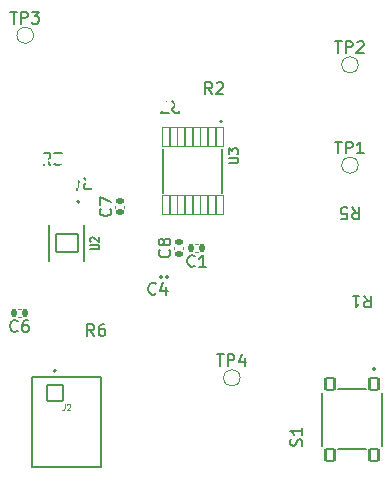
<source format=gbr>
%TF.GenerationSoftware,KiCad,Pcbnew,8.0.0*%
%TF.CreationDate,2024-03-24T23:23:48+02:00*%
%TF.ProjectId,Powersubsytem_GWNFRA001,506f7765-7273-4756-9273-7974656d5f47,rev?*%
%TF.SameCoordinates,Original*%
%TF.FileFunction,Legend,Top*%
%TF.FilePolarity,Positive*%
%FSLAX46Y46*%
G04 Gerber Fmt 4.6, Leading zero omitted, Abs format (unit mm)*
G04 Created by KiCad (PCBNEW 8.0.0) date 2024-03-24 23:23:48*
%MOMM*%
%LPD*%
G01*
G04 APERTURE LIST*
G04 Aperture macros list*
%AMRoundRect*
0 Rectangle with rounded corners*
0 $1 Rounding radius*
0 $2 $3 $4 $5 $6 $7 $8 $9 X,Y pos of 4 corners*
0 Add a 4 corners polygon primitive as box body*
4,1,4,$2,$3,$4,$5,$6,$7,$8,$9,$2,$3,0*
0 Add four circle primitives for the rounded corners*
1,1,$1+$1,$2,$3*
1,1,$1+$1,$4,$5*
1,1,$1+$1,$6,$7*
1,1,$1+$1,$8,$9*
0 Add four rect primitives between the rounded corners*
20,1,$1+$1,$2,$3,$4,$5,0*
20,1,$1+$1,$4,$5,$6,$7,0*
20,1,$1+$1,$6,$7,$8,$9,0*
20,1,$1+$1,$8,$9,$2,$3,0*%
G04 Aperture macros list end*
%ADD10C,0.150000*%
%ADD11C,0.120000*%
%ADD12C,0.200000*%
%ADD13C,0.127000*%
%ADD14C,0.010000*%
%ADD15C,1.000000*%
%ADD16R,0.711200X0.889000*%
%ADD17RoundRect,0.102000X-0.940000X0.785000X-0.940000X-0.785000X0.940000X-0.785000X0.940000X0.785000X0*%
%ADD18RoundRect,0.140000X0.140000X0.170000X-0.140000X0.170000X-0.140000X-0.170000X0.140000X-0.170000X0*%
%ADD19C,1.512000*%
%ADD20RoundRect,0.102000X-0.654000X-0.654000X0.654000X-0.654000X0.654000X0.654000X-0.654000X0.654000X0*%
%ADD21RoundRect,0.075000X-0.125000X-0.075000X0.125000X-0.075000X0.125000X0.075000X-0.125000X0.075000X0*%
%ADD22RoundRect,0.140000X0.170000X-0.140000X0.170000X0.140000X-0.170000X0.140000X-0.170000X-0.140000X0*%
%ADD23RoundRect,0.102000X-0.375000X0.500000X-0.375000X-0.500000X0.375000X-0.500000X0.375000X0.500000X0*%
%ADD24RoundRect,0.039240X-0.287760X0.812760X-0.287760X-0.812760X0.287760X-0.812760X0.287760X0.812760X0*%
%ADD25O,1.700000X1.700000*%
%ADD26R,1.700000X1.700000*%
G04 APERTURE END LIST*
D10*
X144238095Y-54006819D02*
X144809523Y-54006819D01*
X144523809Y-55006819D02*
X144523809Y-54006819D01*
X145142857Y-55006819D02*
X145142857Y-54006819D01*
X145142857Y-54006819D02*
X145523809Y-54006819D01*
X145523809Y-54006819D02*
X145619047Y-54054438D01*
X145619047Y-54054438D02*
X145666666Y-54102057D01*
X145666666Y-54102057D02*
X145714285Y-54197295D01*
X145714285Y-54197295D02*
X145714285Y-54340152D01*
X145714285Y-54340152D02*
X145666666Y-54435390D01*
X145666666Y-54435390D02*
X145619047Y-54483009D01*
X145619047Y-54483009D02*
X145523809Y-54530628D01*
X145523809Y-54530628D02*
X145142857Y-54530628D01*
X146571428Y-54340152D02*
X146571428Y-55006819D01*
X146333333Y-53959200D02*
X146095238Y-54673485D01*
X146095238Y-54673485D02*
X146714285Y-54673485D01*
X126738095Y-25006819D02*
X127309523Y-25006819D01*
X127023809Y-26006819D02*
X127023809Y-25006819D01*
X127642857Y-26006819D02*
X127642857Y-25006819D01*
X127642857Y-25006819D02*
X128023809Y-25006819D01*
X128023809Y-25006819D02*
X128119047Y-25054438D01*
X128119047Y-25054438D02*
X128166666Y-25102057D01*
X128166666Y-25102057D02*
X128214285Y-25197295D01*
X128214285Y-25197295D02*
X128214285Y-25340152D01*
X128214285Y-25340152D02*
X128166666Y-25435390D01*
X128166666Y-25435390D02*
X128119047Y-25483009D01*
X128119047Y-25483009D02*
X128023809Y-25530628D01*
X128023809Y-25530628D02*
X127642857Y-25530628D01*
X128547619Y-25006819D02*
X129166666Y-25006819D01*
X129166666Y-25006819D02*
X128833333Y-25387771D01*
X128833333Y-25387771D02*
X128976190Y-25387771D01*
X128976190Y-25387771D02*
X129071428Y-25435390D01*
X129071428Y-25435390D02*
X129119047Y-25483009D01*
X129119047Y-25483009D02*
X129166666Y-25578247D01*
X129166666Y-25578247D02*
X129166666Y-25816342D01*
X129166666Y-25816342D02*
X129119047Y-25911580D01*
X129119047Y-25911580D02*
X129071428Y-25959200D01*
X129071428Y-25959200D02*
X128976190Y-26006819D01*
X128976190Y-26006819D02*
X128690476Y-26006819D01*
X128690476Y-26006819D02*
X128595238Y-25959200D01*
X128595238Y-25959200D02*
X128547619Y-25911580D01*
X154238095Y-27506819D02*
X154809523Y-27506819D01*
X154523809Y-28506819D02*
X154523809Y-27506819D01*
X155142857Y-28506819D02*
X155142857Y-27506819D01*
X155142857Y-27506819D02*
X155523809Y-27506819D01*
X155523809Y-27506819D02*
X155619047Y-27554438D01*
X155619047Y-27554438D02*
X155666666Y-27602057D01*
X155666666Y-27602057D02*
X155714285Y-27697295D01*
X155714285Y-27697295D02*
X155714285Y-27840152D01*
X155714285Y-27840152D02*
X155666666Y-27935390D01*
X155666666Y-27935390D02*
X155619047Y-27983009D01*
X155619047Y-27983009D02*
X155523809Y-28030628D01*
X155523809Y-28030628D02*
X155142857Y-28030628D01*
X156095238Y-27602057D02*
X156142857Y-27554438D01*
X156142857Y-27554438D02*
X156238095Y-27506819D01*
X156238095Y-27506819D02*
X156476190Y-27506819D01*
X156476190Y-27506819D02*
X156571428Y-27554438D01*
X156571428Y-27554438D02*
X156619047Y-27602057D01*
X156619047Y-27602057D02*
X156666666Y-27697295D01*
X156666666Y-27697295D02*
X156666666Y-27792533D01*
X156666666Y-27792533D02*
X156619047Y-27935390D01*
X156619047Y-27935390D02*
X156047619Y-28506819D01*
X156047619Y-28506819D02*
X156666666Y-28506819D01*
X154238095Y-36006819D02*
X154809523Y-36006819D01*
X154523809Y-37006819D02*
X154523809Y-36006819D01*
X155142857Y-37006819D02*
X155142857Y-36006819D01*
X155142857Y-36006819D02*
X155523809Y-36006819D01*
X155523809Y-36006819D02*
X155619047Y-36054438D01*
X155619047Y-36054438D02*
X155666666Y-36102057D01*
X155666666Y-36102057D02*
X155714285Y-36197295D01*
X155714285Y-36197295D02*
X155714285Y-36340152D01*
X155714285Y-36340152D02*
X155666666Y-36435390D01*
X155666666Y-36435390D02*
X155619047Y-36483009D01*
X155619047Y-36483009D02*
X155523809Y-36530628D01*
X155523809Y-36530628D02*
X155142857Y-36530628D01*
X156666666Y-37006819D02*
X156095238Y-37006819D01*
X156380952Y-37006819D02*
X156380952Y-36006819D01*
X156380952Y-36006819D02*
X156285714Y-36149676D01*
X156285714Y-36149676D02*
X156190476Y-36244914D01*
X156190476Y-36244914D02*
X156095238Y-36292533D01*
X140468166Y-32545180D02*
X140801499Y-33021371D01*
X141039594Y-32545180D02*
X141039594Y-33545180D01*
X141039594Y-33545180D02*
X140658642Y-33545180D01*
X140658642Y-33545180D02*
X140563404Y-33497561D01*
X140563404Y-33497561D02*
X140515785Y-33449942D01*
X140515785Y-33449942D02*
X140468166Y-33354704D01*
X140468166Y-33354704D02*
X140468166Y-33211847D01*
X140468166Y-33211847D02*
X140515785Y-33116609D01*
X140515785Y-33116609D02*
X140563404Y-33068990D01*
X140563404Y-33068990D02*
X140658642Y-33021371D01*
X140658642Y-33021371D02*
X141039594Y-33021371D01*
X140134832Y-33545180D02*
X139468166Y-33545180D01*
X139468166Y-33545180D02*
X139896737Y-32545180D01*
X133468695Y-45119619D02*
X134116314Y-45119619D01*
X134116314Y-45119619D02*
X134192504Y-45089142D01*
X134192504Y-45089142D02*
X134230600Y-45058666D01*
X134230600Y-45058666D02*
X134268695Y-44997714D01*
X134268695Y-44997714D02*
X134268695Y-44875809D01*
X134268695Y-44875809D02*
X134230600Y-44814857D01*
X134230600Y-44814857D02*
X134192504Y-44784380D01*
X134192504Y-44784380D02*
X134116314Y-44753904D01*
X134116314Y-44753904D02*
X133468695Y-44753904D01*
X133544885Y-44479619D02*
X133506790Y-44449143D01*
X133506790Y-44449143D02*
X133468695Y-44388190D01*
X133468695Y-44388190D02*
X133468695Y-44235809D01*
X133468695Y-44235809D02*
X133506790Y-44174857D01*
X133506790Y-44174857D02*
X133544885Y-44144381D01*
X133544885Y-44144381D02*
X133621076Y-44113904D01*
X133621076Y-44113904D02*
X133697266Y-44113904D01*
X133697266Y-44113904D02*
X133811552Y-44144381D01*
X133811552Y-44144381D02*
X134268695Y-44510095D01*
X134268695Y-44510095D02*
X134268695Y-44113904D01*
X142353333Y-46519580D02*
X142305714Y-46567200D01*
X142305714Y-46567200D02*
X142162857Y-46614819D01*
X142162857Y-46614819D02*
X142067619Y-46614819D01*
X142067619Y-46614819D02*
X141924762Y-46567200D01*
X141924762Y-46567200D02*
X141829524Y-46471961D01*
X141829524Y-46471961D02*
X141781905Y-46376723D01*
X141781905Y-46376723D02*
X141734286Y-46186247D01*
X141734286Y-46186247D02*
X141734286Y-46043390D01*
X141734286Y-46043390D02*
X141781905Y-45852914D01*
X141781905Y-45852914D02*
X141829524Y-45757676D01*
X141829524Y-45757676D02*
X141924762Y-45662438D01*
X141924762Y-45662438D02*
X142067619Y-45614819D01*
X142067619Y-45614819D02*
X142162857Y-45614819D01*
X142162857Y-45614819D02*
X142305714Y-45662438D01*
X142305714Y-45662438D02*
X142353333Y-45710057D01*
X143305714Y-46614819D02*
X142734286Y-46614819D01*
X143020000Y-46614819D02*
X143020000Y-45614819D01*
X143020000Y-45614819D02*
X142924762Y-45757676D01*
X142924762Y-45757676D02*
X142829524Y-45852914D01*
X142829524Y-45852914D02*
X142734286Y-45900533D01*
D11*
X131340000Y-58235817D02*
X131340000Y-58578674D01*
X131340000Y-58578674D02*
X131317143Y-58647245D01*
X131317143Y-58647245D02*
X131271429Y-58692960D01*
X131271429Y-58692960D02*
X131202857Y-58715817D01*
X131202857Y-58715817D02*
X131157143Y-58715817D01*
X131545714Y-58281531D02*
X131568571Y-58258674D01*
X131568571Y-58258674D02*
X131614286Y-58235817D01*
X131614286Y-58235817D02*
X131728571Y-58235817D01*
X131728571Y-58235817D02*
X131774286Y-58258674D01*
X131774286Y-58258674D02*
X131797143Y-58281531D01*
X131797143Y-58281531D02*
X131820000Y-58327245D01*
X131820000Y-58327245D02*
X131820000Y-58372960D01*
X131820000Y-58372960D02*
X131797143Y-58441531D01*
X131797143Y-58441531D02*
X131522857Y-58715817D01*
X131522857Y-58715817D02*
X131820000Y-58715817D01*
D10*
X143833333Y-31954819D02*
X143500000Y-31478628D01*
X143261905Y-31954819D02*
X143261905Y-30954819D01*
X143261905Y-30954819D02*
X143642857Y-30954819D01*
X143642857Y-30954819D02*
X143738095Y-31002438D01*
X143738095Y-31002438D02*
X143785714Y-31050057D01*
X143785714Y-31050057D02*
X143833333Y-31145295D01*
X143833333Y-31145295D02*
X143833333Y-31288152D01*
X143833333Y-31288152D02*
X143785714Y-31383390D01*
X143785714Y-31383390D02*
X143738095Y-31431009D01*
X143738095Y-31431009D02*
X143642857Y-31478628D01*
X143642857Y-31478628D02*
X143261905Y-31478628D01*
X144214286Y-31050057D02*
X144261905Y-31002438D01*
X144261905Y-31002438D02*
X144357143Y-30954819D01*
X144357143Y-30954819D02*
X144595238Y-30954819D01*
X144595238Y-30954819D02*
X144690476Y-31002438D01*
X144690476Y-31002438D02*
X144738095Y-31050057D01*
X144738095Y-31050057D02*
X144785714Y-31145295D01*
X144785714Y-31145295D02*
X144785714Y-31240533D01*
X144785714Y-31240533D02*
X144738095Y-31383390D01*
X144738095Y-31383390D02*
X144166667Y-31954819D01*
X144166667Y-31954819D02*
X144785714Y-31954819D01*
X156666666Y-49045180D02*
X156999999Y-49521371D01*
X157238094Y-49045180D02*
X157238094Y-50045180D01*
X157238094Y-50045180D02*
X156857142Y-50045180D01*
X156857142Y-50045180D02*
X156761904Y-49997561D01*
X156761904Y-49997561D02*
X156714285Y-49949942D01*
X156714285Y-49949942D02*
X156666666Y-49854704D01*
X156666666Y-49854704D02*
X156666666Y-49711847D01*
X156666666Y-49711847D02*
X156714285Y-49616609D01*
X156714285Y-49616609D02*
X156761904Y-49568990D01*
X156761904Y-49568990D02*
X156857142Y-49521371D01*
X156857142Y-49521371D02*
X157238094Y-49521371D01*
X155714285Y-49045180D02*
X156285713Y-49045180D01*
X155999999Y-49045180D02*
X155999999Y-50045180D01*
X155999999Y-50045180D02*
X156095237Y-49902323D01*
X156095237Y-49902323D02*
X156190475Y-49807085D01*
X156190475Y-49807085D02*
X156285713Y-49759466D01*
X133833333Y-52454819D02*
X133500000Y-51978628D01*
X133261905Y-52454819D02*
X133261905Y-51454819D01*
X133261905Y-51454819D02*
X133642857Y-51454819D01*
X133642857Y-51454819D02*
X133738095Y-51502438D01*
X133738095Y-51502438D02*
X133785714Y-51550057D01*
X133785714Y-51550057D02*
X133833333Y-51645295D01*
X133833333Y-51645295D02*
X133833333Y-51788152D01*
X133833333Y-51788152D02*
X133785714Y-51883390D01*
X133785714Y-51883390D02*
X133738095Y-51931009D01*
X133738095Y-51931009D02*
X133642857Y-51978628D01*
X133642857Y-51978628D02*
X133261905Y-51978628D01*
X134690476Y-51454819D02*
X134500000Y-51454819D01*
X134500000Y-51454819D02*
X134404762Y-51502438D01*
X134404762Y-51502438D02*
X134357143Y-51550057D01*
X134357143Y-51550057D02*
X134261905Y-51692914D01*
X134261905Y-51692914D02*
X134214286Y-51883390D01*
X134214286Y-51883390D02*
X134214286Y-52264342D01*
X134214286Y-52264342D02*
X134261905Y-52359580D01*
X134261905Y-52359580D02*
X134309524Y-52407200D01*
X134309524Y-52407200D02*
X134404762Y-52454819D01*
X134404762Y-52454819D02*
X134595238Y-52454819D01*
X134595238Y-52454819D02*
X134690476Y-52407200D01*
X134690476Y-52407200D02*
X134738095Y-52359580D01*
X134738095Y-52359580D02*
X134785714Y-52264342D01*
X134785714Y-52264342D02*
X134785714Y-52026247D01*
X134785714Y-52026247D02*
X134738095Y-51931009D01*
X134738095Y-51931009D02*
X134690476Y-51883390D01*
X134690476Y-51883390D02*
X134595238Y-51835771D01*
X134595238Y-51835771D02*
X134404762Y-51835771D01*
X134404762Y-51835771D02*
X134309524Y-51883390D01*
X134309524Y-51883390D02*
X134261905Y-51931009D01*
X134261905Y-51931009D02*
X134214286Y-52026247D01*
X155666666Y-41545180D02*
X155999999Y-42021371D01*
X156238094Y-41545180D02*
X156238094Y-42545180D01*
X156238094Y-42545180D02*
X155857142Y-42545180D01*
X155857142Y-42545180D02*
X155761904Y-42497561D01*
X155761904Y-42497561D02*
X155714285Y-42449942D01*
X155714285Y-42449942D02*
X155666666Y-42354704D01*
X155666666Y-42354704D02*
X155666666Y-42211847D01*
X155666666Y-42211847D02*
X155714285Y-42116609D01*
X155714285Y-42116609D02*
X155761904Y-42068990D01*
X155761904Y-42068990D02*
X155857142Y-42021371D01*
X155857142Y-42021371D02*
X156238094Y-42021371D01*
X154761904Y-42545180D02*
X155238094Y-42545180D01*
X155238094Y-42545180D02*
X155285713Y-42068990D01*
X155285713Y-42068990D02*
X155238094Y-42116609D01*
X155238094Y-42116609D02*
X155142856Y-42164228D01*
X155142856Y-42164228D02*
X154904761Y-42164228D01*
X154904761Y-42164228D02*
X154809523Y-42116609D01*
X154809523Y-42116609D02*
X154761904Y-42068990D01*
X154761904Y-42068990D02*
X154714285Y-41973752D01*
X154714285Y-41973752D02*
X154714285Y-41735657D01*
X154714285Y-41735657D02*
X154761904Y-41640419D01*
X154761904Y-41640419D02*
X154809523Y-41592800D01*
X154809523Y-41592800D02*
X154904761Y-41545180D01*
X154904761Y-41545180D02*
X155142856Y-41545180D01*
X155142856Y-41545180D02*
X155238094Y-41592800D01*
X155238094Y-41592800D02*
X155285713Y-41640419D01*
X130134833Y-37954819D02*
X129801500Y-37478628D01*
X129563405Y-37954819D02*
X129563405Y-36954819D01*
X129563405Y-36954819D02*
X129944357Y-36954819D01*
X129944357Y-36954819D02*
X130039595Y-37002438D01*
X130039595Y-37002438D02*
X130087214Y-37050057D01*
X130087214Y-37050057D02*
X130134833Y-37145295D01*
X130134833Y-37145295D02*
X130134833Y-37288152D01*
X130134833Y-37288152D02*
X130087214Y-37383390D01*
X130087214Y-37383390D02*
X130039595Y-37431009D01*
X130039595Y-37431009D02*
X129944357Y-37478628D01*
X129944357Y-37478628D02*
X129563405Y-37478628D01*
X130468167Y-36954819D02*
X131087214Y-36954819D01*
X131087214Y-36954819D02*
X130753881Y-37335771D01*
X130753881Y-37335771D02*
X130896738Y-37335771D01*
X130896738Y-37335771D02*
X130991976Y-37383390D01*
X130991976Y-37383390D02*
X131039595Y-37431009D01*
X131039595Y-37431009D02*
X131087214Y-37526247D01*
X131087214Y-37526247D02*
X131087214Y-37764342D01*
X131087214Y-37764342D02*
X131039595Y-37859580D01*
X131039595Y-37859580D02*
X130991976Y-37907200D01*
X130991976Y-37907200D02*
X130896738Y-37954819D01*
X130896738Y-37954819D02*
X130611024Y-37954819D01*
X130611024Y-37954819D02*
X130515786Y-37907200D01*
X130515786Y-37907200D02*
X130468167Y-37859580D01*
X139058333Y-48859580D02*
X139010714Y-48907200D01*
X139010714Y-48907200D02*
X138867857Y-48954819D01*
X138867857Y-48954819D02*
X138772619Y-48954819D01*
X138772619Y-48954819D02*
X138629762Y-48907200D01*
X138629762Y-48907200D02*
X138534524Y-48811961D01*
X138534524Y-48811961D02*
X138486905Y-48716723D01*
X138486905Y-48716723D02*
X138439286Y-48526247D01*
X138439286Y-48526247D02*
X138439286Y-48383390D01*
X138439286Y-48383390D02*
X138486905Y-48192914D01*
X138486905Y-48192914D02*
X138534524Y-48097676D01*
X138534524Y-48097676D02*
X138629762Y-48002438D01*
X138629762Y-48002438D02*
X138772619Y-47954819D01*
X138772619Y-47954819D02*
X138867857Y-47954819D01*
X138867857Y-47954819D02*
X139010714Y-48002438D01*
X139010714Y-48002438D02*
X139058333Y-48050057D01*
X139915476Y-48288152D02*
X139915476Y-48954819D01*
X139677381Y-47907200D02*
X139439286Y-48621485D01*
X139439286Y-48621485D02*
X140058333Y-48621485D01*
X140199580Y-45166666D02*
X140247200Y-45214285D01*
X140247200Y-45214285D02*
X140294819Y-45357142D01*
X140294819Y-45357142D02*
X140294819Y-45452380D01*
X140294819Y-45452380D02*
X140247200Y-45595237D01*
X140247200Y-45595237D02*
X140151961Y-45690475D01*
X140151961Y-45690475D02*
X140056723Y-45738094D01*
X140056723Y-45738094D02*
X139866247Y-45785713D01*
X139866247Y-45785713D02*
X139723390Y-45785713D01*
X139723390Y-45785713D02*
X139532914Y-45738094D01*
X139532914Y-45738094D02*
X139437676Y-45690475D01*
X139437676Y-45690475D02*
X139342438Y-45595237D01*
X139342438Y-45595237D02*
X139294819Y-45452380D01*
X139294819Y-45452380D02*
X139294819Y-45357142D01*
X139294819Y-45357142D02*
X139342438Y-45214285D01*
X139342438Y-45214285D02*
X139390057Y-45166666D01*
X139723390Y-44595237D02*
X139675771Y-44690475D01*
X139675771Y-44690475D02*
X139628152Y-44738094D01*
X139628152Y-44738094D02*
X139532914Y-44785713D01*
X139532914Y-44785713D02*
X139485295Y-44785713D01*
X139485295Y-44785713D02*
X139390057Y-44738094D01*
X139390057Y-44738094D02*
X139342438Y-44690475D01*
X139342438Y-44690475D02*
X139294819Y-44595237D01*
X139294819Y-44595237D02*
X139294819Y-44404761D01*
X139294819Y-44404761D02*
X139342438Y-44309523D01*
X139342438Y-44309523D02*
X139390057Y-44261904D01*
X139390057Y-44261904D02*
X139485295Y-44214285D01*
X139485295Y-44214285D02*
X139532914Y-44214285D01*
X139532914Y-44214285D02*
X139628152Y-44261904D01*
X139628152Y-44261904D02*
X139675771Y-44309523D01*
X139675771Y-44309523D02*
X139723390Y-44404761D01*
X139723390Y-44404761D02*
X139723390Y-44595237D01*
X139723390Y-44595237D02*
X139771009Y-44690475D01*
X139771009Y-44690475D02*
X139818628Y-44738094D01*
X139818628Y-44738094D02*
X139913866Y-44785713D01*
X139913866Y-44785713D02*
X140104342Y-44785713D01*
X140104342Y-44785713D02*
X140199580Y-44738094D01*
X140199580Y-44738094D02*
X140247200Y-44690475D01*
X140247200Y-44690475D02*
X140294819Y-44595237D01*
X140294819Y-44595237D02*
X140294819Y-44404761D01*
X140294819Y-44404761D02*
X140247200Y-44309523D01*
X140247200Y-44309523D02*
X140199580Y-44261904D01*
X140199580Y-44261904D02*
X140104342Y-44214285D01*
X140104342Y-44214285D02*
X139913866Y-44214285D01*
X139913866Y-44214285D02*
X139818628Y-44261904D01*
X139818628Y-44261904D02*
X139771009Y-44309523D01*
X139771009Y-44309523D02*
X139723390Y-44404761D01*
X151407200Y-61761904D02*
X151454819Y-61619047D01*
X151454819Y-61619047D02*
X151454819Y-61380952D01*
X151454819Y-61380952D02*
X151407200Y-61285714D01*
X151407200Y-61285714D02*
X151359580Y-61238095D01*
X151359580Y-61238095D02*
X151264342Y-61190476D01*
X151264342Y-61190476D02*
X151169104Y-61190476D01*
X151169104Y-61190476D02*
X151073866Y-61238095D01*
X151073866Y-61238095D02*
X151026247Y-61285714D01*
X151026247Y-61285714D02*
X150978628Y-61380952D01*
X150978628Y-61380952D02*
X150931009Y-61571428D01*
X150931009Y-61571428D02*
X150883390Y-61666666D01*
X150883390Y-61666666D02*
X150835771Y-61714285D01*
X150835771Y-61714285D02*
X150740533Y-61761904D01*
X150740533Y-61761904D02*
X150645295Y-61761904D01*
X150645295Y-61761904D02*
X150550057Y-61714285D01*
X150550057Y-61714285D02*
X150502438Y-61666666D01*
X150502438Y-61666666D02*
X150454819Y-61571428D01*
X150454819Y-61571428D02*
X150454819Y-61333333D01*
X150454819Y-61333333D02*
X150502438Y-61190476D01*
X151454819Y-60238095D02*
X151454819Y-60809523D01*
X151454819Y-60523809D02*
X150454819Y-60523809D01*
X150454819Y-60523809D02*
X150597676Y-60619047D01*
X150597676Y-60619047D02*
X150692914Y-60714285D01*
X150692914Y-60714285D02*
X150740533Y-60809523D01*
X127353333Y-52019580D02*
X127305714Y-52067200D01*
X127305714Y-52067200D02*
X127162857Y-52114819D01*
X127162857Y-52114819D02*
X127067619Y-52114819D01*
X127067619Y-52114819D02*
X126924762Y-52067200D01*
X126924762Y-52067200D02*
X126829524Y-51971961D01*
X126829524Y-51971961D02*
X126781905Y-51876723D01*
X126781905Y-51876723D02*
X126734286Y-51686247D01*
X126734286Y-51686247D02*
X126734286Y-51543390D01*
X126734286Y-51543390D02*
X126781905Y-51352914D01*
X126781905Y-51352914D02*
X126829524Y-51257676D01*
X126829524Y-51257676D02*
X126924762Y-51162438D01*
X126924762Y-51162438D02*
X127067619Y-51114819D01*
X127067619Y-51114819D02*
X127162857Y-51114819D01*
X127162857Y-51114819D02*
X127305714Y-51162438D01*
X127305714Y-51162438D02*
X127353333Y-51210057D01*
X128210476Y-51114819D02*
X128020000Y-51114819D01*
X128020000Y-51114819D02*
X127924762Y-51162438D01*
X127924762Y-51162438D02*
X127877143Y-51210057D01*
X127877143Y-51210057D02*
X127781905Y-51352914D01*
X127781905Y-51352914D02*
X127734286Y-51543390D01*
X127734286Y-51543390D02*
X127734286Y-51924342D01*
X127734286Y-51924342D02*
X127781905Y-52019580D01*
X127781905Y-52019580D02*
X127829524Y-52067200D01*
X127829524Y-52067200D02*
X127924762Y-52114819D01*
X127924762Y-52114819D02*
X128115238Y-52114819D01*
X128115238Y-52114819D02*
X128210476Y-52067200D01*
X128210476Y-52067200D02*
X128258095Y-52019580D01*
X128258095Y-52019580D02*
X128305714Y-51924342D01*
X128305714Y-51924342D02*
X128305714Y-51686247D01*
X128305714Y-51686247D02*
X128258095Y-51591009D01*
X128258095Y-51591009D02*
X128210476Y-51543390D01*
X128210476Y-51543390D02*
X128115238Y-51495771D01*
X128115238Y-51495771D02*
X127924762Y-51495771D01*
X127924762Y-51495771D02*
X127829524Y-51543390D01*
X127829524Y-51543390D02*
X127781905Y-51591009D01*
X127781905Y-51591009D02*
X127734286Y-51686247D01*
X145247295Y-37829523D02*
X145894914Y-37829523D01*
X145894914Y-37829523D02*
X145971104Y-37791428D01*
X145971104Y-37791428D02*
X146009200Y-37753333D01*
X146009200Y-37753333D02*
X146047295Y-37677142D01*
X146047295Y-37677142D02*
X146047295Y-37524761D01*
X146047295Y-37524761D02*
X146009200Y-37448571D01*
X146009200Y-37448571D02*
X145971104Y-37410476D01*
X145971104Y-37410476D02*
X145894914Y-37372380D01*
X145894914Y-37372380D02*
X145247295Y-37372380D01*
X145247295Y-37067619D02*
X145247295Y-36572381D01*
X145247295Y-36572381D02*
X145552057Y-36839047D01*
X145552057Y-36839047D02*
X145552057Y-36724762D01*
X145552057Y-36724762D02*
X145590152Y-36648571D01*
X145590152Y-36648571D02*
X145628247Y-36610476D01*
X145628247Y-36610476D02*
X145704438Y-36572381D01*
X145704438Y-36572381D02*
X145894914Y-36572381D01*
X145894914Y-36572381D02*
X145971104Y-36610476D01*
X145971104Y-36610476D02*
X146009200Y-36648571D01*
X146009200Y-36648571D02*
X146047295Y-36724762D01*
X146047295Y-36724762D02*
X146047295Y-36953333D01*
X146047295Y-36953333D02*
X146009200Y-37029524D01*
X146009200Y-37029524D02*
X145971104Y-37067619D01*
X135199580Y-41686666D02*
X135247200Y-41734285D01*
X135247200Y-41734285D02*
X135294819Y-41877142D01*
X135294819Y-41877142D02*
X135294819Y-41972380D01*
X135294819Y-41972380D02*
X135247200Y-42115237D01*
X135247200Y-42115237D02*
X135151961Y-42210475D01*
X135151961Y-42210475D02*
X135056723Y-42258094D01*
X135056723Y-42258094D02*
X134866247Y-42305713D01*
X134866247Y-42305713D02*
X134723390Y-42305713D01*
X134723390Y-42305713D02*
X134532914Y-42258094D01*
X134532914Y-42258094D02*
X134437676Y-42210475D01*
X134437676Y-42210475D02*
X134342438Y-42115237D01*
X134342438Y-42115237D02*
X134294819Y-41972380D01*
X134294819Y-41972380D02*
X134294819Y-41877142D01*
X134294819Y-41877142D02*
X134342438Y-41734285D01*
X134342438Y-41734285D02*
X134390057Y-41686666D01*
X134294819Y-41353332D02*
X134294819Y-40686666D01*
X134294819Y-40686666D02*
X135294819Y-41115237D01*
X132968166Y-39045180D02*
X133301499Y-39521371D01*
X133539594Y-39045180D02*
X133539594Y-40045180D01*
X133539594Y-40045180D02*
X133158642Y-40045180D01*
X133158642Y-40045180D02*
X133063404Y-39997561D01*
X133063404Y-39997561D02*
X133015785Y-39949942D01*
X133015785Y-39949942D02*
X132968166Y-39854704D01*
X132968166Y-39854704D02*
X132968166Y-39711847D01*
X132968166Y-39711847D02*
X133015785Y-39616609D01*
X133015785Y-39616609D02*
X133063404Y-39568990D01*
X133063404Y-39568990D02*
X133158642Y-39521371D01*
X133158642Y-39521371D02*
X133539594Y-39521371D01*
X132111023Y-39711847D02*
X132111023Y-39045180D01*
X132349118Y-40092800D02*
X132587213Y-39378514D01*
X132587213Y-39378514D02*
X131968166Y-39378514D01*
D11*
%TO.C,TP4*%
X146200000Y-56000000D02*
G75*
G02*
X144800000Y-56000000I-700000J0D01*
G01*
X144800000Y-56000000D02*
G75*
G02*
X146200000Y-56000000I700000J0D01*
G01*
%TO.C,TP3*%
X128700000Y-27000000D02*
G75*
G02*
X127300000Y-27000000I-700000J0D01*
G01*
X127300000Y-27000000D02*
G75*
G02*
X128700000Y-27000000I700000J0D01*
G01*
%TO.C,TP2*%
X156200000Y-29500000D02*
G75*
G02*
X154800000Y-29500000I-700000J0D01*
G01*
X154800000Y-29500000D02*
G75*
G02*
X156200000Y-29500000I700000J0D01*
G01*
%TO.C,TP1*%
X156200000Y-38000000D02*
G75*
G02*
X154800000Y-38000000I-700000J0D01*
G01*
X154800000Y-38000000D02*
G75*
G02*
X156200000Y-38000000I700000J0D01*
G01*
D12*
%TO.C,U2*%
X132600000Y-41100000D02*
G75*
G02*
X132400000Y-41100000I-100000J0D01*
G01*
X132400000Y-41100000D02*
G75*
G02*
X132600000Y-41100000I100000J0D01*
G01*
D13*
X133000000Y-46100000D02*
X133000000Y-43100000D01*
X130000000Y-43100000D02*
X130000000Y-46100000D01*
D11*
%TO.C,C1*%
X142627836Y-45360000D02*
X142412164Y-45360000D01*
X142627836Y-44640000D02*
X142412164Y-44640000D01*
D12*
%TO.C,J2*%
X130600000Y-55387500D02*
G75*
G02*
X130400000Y-55387500I-100000J0D01*
G01*
X130400000Y-55387500D02*
G75*
G02*
X130600000Y-55387500I100000J0D01*
G01*
D13*
X134450000Y-63537500D02*
X128550000Y-63537500D01*
X134450000Y-55937500D02*
X134450000Y-63537500D01*
X128550000Y-63537500D02*
X128550000Y-55937500D01*
X128550000Y-55937500D02*
X134450000Y-55937500D01*
D11*
%TO.C,C8*%
X141360000Y-45107836D02*
X141360000Y-44892164D01*
X140640000Y-45107836D02*
X140640000Y-44892164D01*
D12*
%TO.C,S1*%
X157637500Y-55250000D02*
G75*
G02*
X157437500Y-55250000I-100000J0D01*
G01*
X157437500Y-55250000D02*
G75*
G02*
X157637500Y-55250000I100000J0D01*
G01*
D13*
X158212500Y-61750000D02*
X158212500Y-57250000D01*
X156842500Y-56950000D02*
X154482500Y-56950000D01*
X154482500Y-62050000D02*
X156842500Y-62050000D01*
X153112500Y-61750000D02*
X153112500Y-57250000D01*
D11*
%TO.C,C6*%
X127627836Y-50860000D02*
X127412164Y-50860000D01*
X127627836Y-50140000D02*
X127412164Y-50140000D01*
D12*
%TO.C,U3*%
X144700000Y-34300000D02*
G75*
G02*
X144500000Y-34300000I-100000J0D01*
G01*
X144500000Y-34300000D02*
G75*
G02*
X144700000Y-34300000I100000J0D01*
G01*
D13*
X144700000Y-36670000D02*
X144700000Y-40330000D01*
X139700000Y-36670000D02*
X139700000Y-40330000D01*
D11*
%TO.C,C7*%
X136360000Y-41627836D02*
X136360000Y-41412164D01*
X135640000Y-41627836D02*
X135640000Y-41412164D01*
%TD*%
%LPC*%
D14*
%TO.C,U2*%
X132700000Y-47550000D02*
X132300000Y-47550000D01*
X132300000Y-45850000D01*
X132700000Y-45850000D01*
X132700000Y-47550000D01*
G36*
X132700000Y-47550000D02*
G01*
X132300000Y-47550000D01*
X132300000Y-45850000D01*
X132700000Y-45850000D01*
X132700000Y-47550000D01*
G37*
X132700000Y-43350000D02*
X132300000Y-43350000D01*
X132300000Y-41650000D01*
X132700000Y-41650000D01*
X132700000Y-43350000D01*
G36*
X132700000Y-43350000D02*
G01*
X132300000Y-43350000D01*
X132300000Y-41650000D01*
X132700000Y-41650000D01*
X132700000Y-43350000D01*
G37*
X132200000Y-47550000D02*
X131800000Y-47550000D01*
X131800000Y-45850000D01*
X132200000Y-45850000D01*
X132200000Y-47550000D01*
G36*
X132200000Y-47550000D02*
G01*
X131800000Y-47550000D01*
X131800000Y-45850000D01*
X132200000Y-45850000D01*
X132200000Y-47550000D01*
G37*
X132200000Y-43350000D02*
X131800000Y-43350000D01*
X131800000Y-41650000D01*
X132200000Y-41650000D01*
X132200000Y-43350000D01*
G36*
X132200000Y-43350000D02*
G01*
X131800000Y-43350000D01*
X131800000Y-41650000D01*
X132200000Y-41650000D01*
X132200000Y-43350000D01*
G37*
X131700000Y-47550000D02*
X131300000Y-47550000D01*
X131300000Y-45850000D01*
X131700000Y-45850000D01*
X131700000Y-47550000D01*
G36*
X131700000Y-47550000D02*
G01*
X131300000Y-47550000D01*
X131300000Y-45850000D01*
X131700000Y-45850000D01*
X131700000Y-47550000D01*
G37*
X131700000Y-43350000D02*
X131300000Y-43350000D01*
X131300000Y-41650000D01*
X131700000Y-41650000D01*
X131700000Y-43350000D01*
G36*
X131700000Y-43350000D02*
G01*
X131300000Y-43350000D01*
X131300000Y-41650000D01*
X131700000Y-41650000D01*
X131700000Y-43350000D01*
G37*
X131200000Y-47550000D02*
X130800000Y-47550000D01*
X130800000Y-45850000D01*
X131200000Y-45850000D01*
X131200000Y-47550000D01*
G36*
X131200000Y-47550000D02*
G01*
X130800000Y-47550000D01*
X130800000Y-45850000D01*
X131200000Y-45850000D01*
X131200000Y-47550000D01*
G37*
X131200000Y-43350000D02*
X130800000Y-43350000D01*
X130800000Y-41650000D01*
X131200000Y-41650000D01*
X131200000Y-43350000D01*
G36*
X131200000Y-43350000D02*
G01*
X130800000Y-43350000D01*
X130800000Y-41650000D01*
X131200000Y-41650000D01*
X131200000Y-43350000D01*
G37*
X130700000Y-47550000D02*
X130300000Y-47550000D01*
X130300000Y-45850000D01*
X130700000Y-45850000D01*
X130700000Y-47550000D01*
G36*
X130700000Y-47550000D02*
G01*
X130300000Y-47550000D01*
X130300000Y-45850000D01*
X130700000Y-45850000D01*
X130700000Y-47550000D01*
G37*
X130700000Y-43350000D02*
X130300000Y-43350000D01*
X130300000Y-41650000D01*
X130700000Y-41650000D01*
X130700000Y-43350000D01*
G36*
X130700000Y-43350000D02*
G01*
X130300000Y-43350000D01*
X130300000Y-41650000D01*
X130700000Y-41650000D01*
X130700000Y-43350000D01*
G37*
%TO.C,U3*%
X143355000Y-39730000D02*
X141045000Y-39730000D01*
X141045000Y-37270000D01*
X143355000Y-37270000D01*
X143355000Y-39730000D01*
G36*
X143355000Y-39730000D02*
G01*
X141045000Y-39730000D01*
X141045000Y-37270000D01*
X143355000Y-37270000D01*
X143355000Y-39730000D01*
G37*
%TD*%
D15*
%TO.C,TP4*%
X145500000Y-56000000D03*
%TD*%
%TO.C,TP3*%
X128000000Y-27000000D03*
%TD*%
%TO.C,TP2*%
X155500000Y-29500000D03*
%TD*%
%TO.C,TP1*%
X155500000Y-38000000D03*
%TD*%
D16*
%TO.C,R7*%
X139603000Y-33000000D03*
X141000000Y-33000000D03*
%TD*%
D17*
%TO.C,U2*%
X131500000Y-44600000D03*
%TD*%
D18*
%TO.C,C1*%
X142040000Y-45000000D03*
X143000000Y-45000000D03*
%TD*%
D19*
%TO.C,J2*%
X132500000Y-57287500D03*
D20*
X130500000Y-57287500D03*
%TD*%
D16*
%TO.C,R2*%
X145000000Y-33000000D03*
X143603000Y-33000000D03*
%TD*%
%TO.C,R1*%
X156500000Y-48000000D03*
X157897000Y-48000000D03*
%TD*%
%TO.C,R6*%
X132500000Y-50500000D03*
X131103000Y-50500000D03*
%TD*%
%TO.C,R5*%
X155500000Y-40500000D03*
X156897000Y-40500000D03*
%TD*%
%TO.C,R3*%
X131000000Y-37500000D03*
X129603000Y-37500000D03*
%TD*%
D21*
%TO.C,C4*%
X139975000Y-47500000D03*
X139475000Y-47500000D03*
%TD*%
D22*
%TO.C,C8*%
X141000000Y-44520000D03*
X141000000Y-45480000D03*
%TD*%
D23*
%TO.C,S1*%
X153787500Y-62500000D03*
X153787500Y-56500000D03*
X157537500Y-62500000D03*
X157537500Y-56500000D03*
%TD*%
D18*
%TO.C,C6*%
X127040000Y-50500000D03*
X128000000Y-50500000D03*
%TD*%
D24*
%TO.C,U3*%
X144475000Y-41400000D03*
X143825000Y-41400000D03*
X143175000Y-41400000D03*
X142525000Y-41400000D03*
X141875000Y-41400000D03*
X141225000Y-41400000D03*
X140575000Y-41400000D03*
X139925000Y-41400000D03*
X139925000Y-35600000D03*
X140575000Y-35600000D03*
X141225000Y-35600000D03*
X141875000Y-35600000D03*
X142525000Y-35600000D03*
X143175000Y-35600000D03*
X143825000Y-35600000D03*
X144475000Y-35600000D03*
%TD*%
D22*
%TO.C,C7*%
X136000000Y-41040000D03*
X136000000Y-42000000D03*
%TD*%
D16*
%TO.C,R4*%
X132103000Y-39500000D03*
X133500000Y-39500000D03*
%TD*%
D25*
%TO.C,J3*%
X133220000Y-26500000D03*
X133220000Y-29040000D03*
X135760000Y-26500000D03*
X135760000Y-29040000D03*
X138300000Y-26500000D03*
X138300000Y-29040000D03*
X140840000Y-26500000D03*
X140840000Y-29040000D03*
X143380000Y-26500000D03*
X143380000Y-29040000D03*
X145920000Y-26500000D03*
X145920000Y-29040000D03*
X148460000Y-26500000D03*
X148460000Y-29040000D03*
X151000000Y-26500000D03*
D26*
X151000000Y-29040000D03*
%TD*%
%LPD*%
M02*

</source>
